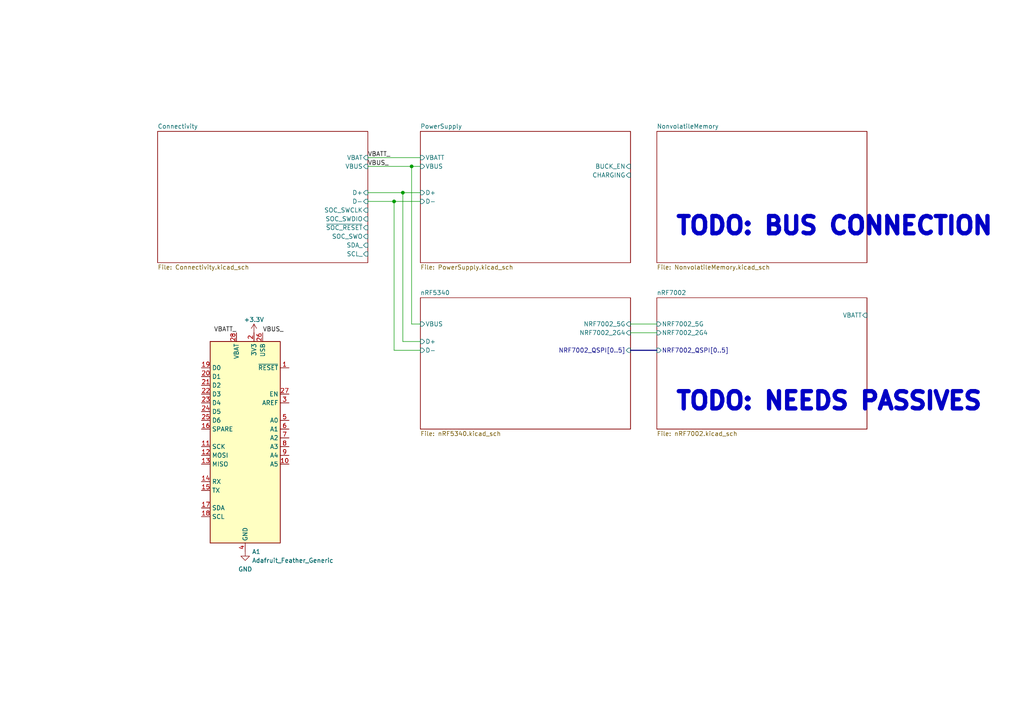
<source format=kicad_sch>
(kicad_sch (version 20230121) (generator eeschema)

  (uuid ff0e202b-4a10-454c-95f3-d1df6cc67c7a)

  (paper "A4")

  (lib_symbols
    (symbol "MCU_Module:Adafruit_Feather_Generic" (in_bom yes) (on_board yes)
      (property "Reference" "A" (at -10.16 29.21 0)
        (effects (font (size 1.27 1.27)) (justify left))
      )
      (property "Value" "Adafruit_Feather_Generic" (at 2.54 -31.75 0)
        (effects (font (size 1.27 1.27)) (justify left))
      )
      (property "Footprint" "Module:Adafruit_Feather" (at 2.54 -34.29 0)
        (effects (font (size 1.27 1.27)) (justify left) hide)
      )
      (property "Datasheet" "https://cdn-learn.adafruit.com/downloads/pdf/adafruit-feather.pdf" (at 0 -20.32 0)
        (effects (font (size 1.27 1.27)) hide)
      )
      (property "ki_keywords" "Adafruit feather microcontroller module" (at 0 0 0)
        (effects (font (size 1.27 1.27)) hide)
      )
      (property "ki_description" "Microcontroller module in various flavor, generic symbol" (at 0 0 0)
        (effects (font (size 1.27 1.27)) hide)
      )
      (property "ki_fp_filters" "Adafruit*Feather*" (at 0 0 0)
        (effects (font (size 1.27 1.27)) hide)
      )
      (symbol "Adafruit_Feather_Generic_0_1"
        (rectangle (start -10.16 27.94) (end 10.16 -30.48)
          (stroke (width 0.254) (type default))
          (fill (type background))
        )
      )
      (symbol "Adafruit_Feather_Generic_1_1"
        (pin input line (at 12.7 20.32 180) (length 2.54)
          (name "~{RESET}" (effects (font (size 1.27 1.27))))
          (number "1" (effects (font (size 1.27 1.27))))
        )
        (pin bidirectional line (at 12.7 -7.62 180) (length 2.54)
          (name "A5" (effects (font (size 1.27 1.27))))
          (number "10" (effects (font (size 1.27 1.27))))
        )
        (pin bidirectional line (at -12.7 -2.54 0) (length 2.54)
          (name "SCK" (effects (font (size 1.27 1.27))))
          (number "11" (effects (font (size 1.27 1.27))))
        )
        (pin bidirectional line (at -12.7 -5.08 0) (length 2.54)
          (name "MOSI" (effects (font (size 1.27 1.27))))
          (number "12" (effects (font (size 1.27 1.27))))
        )
        (pin bidirectional line (at -12.7 -7.62 0) (length 2.54)
          (name "MISO" (effects (font (size 1.27 1.27))))
          (number "13" (effects (font (size 1.27 1.27))))
        )
        (pin bidirectional line (at -12.7 -12.7 0) (length 2.54)
          (name "RX" (effects (font (size 1.27 1.27))))
          (number "14" (effects (font (size 1.27 1.27))))
        )
        (pin bidirectional line (at -12.7 -15.24 0) (length 2.54)
          (name "TX" (effects (font (size 1.27 1.27))))
          (number "15" (effects (font (size 1.27 1.27))))
        )
        (pin bidirectional line (at -12.7 2.54 0) (length 2.54)
          (name "SPARE" (effects (font (size 1.27 1.27))))
          (number "16" (effects (font (size 1.27 1.27))))
        )
        (pin bidirectional line (at -12.7 -20.32 0) (length 2.54)
          (name "SDA" (effects (font (size 1.27 1.27))))
          (number "17" (effects (font (size 1.27 1.27))))
        )
        (pin bidirectional line (at -12.7 -22.86 0) (length 2.54)
          (name "SCL" (effects (font (size 1.27 1.27))))
          (number "18" (effects (font (size 1.27 1.27))))
        )
        (pin bidirectional line (at -12.7 20.32 0) (length 2.54)
          (name "D0" (effects (font (size 1.27 1.27))))
          (number "19" (effects (font (size 1.27 1.27))))
        )
        (pin power_in line (at 2.54 30.48 270) (length 2.54)
          (name "3V3" (effects (font (size 1.27 1.27))))
          (number "2" (effects (font (size 1.27 1.27))))
        )
        (pin bidirectional line (at -12.7 17.78 0) (length 2.54)
          (name "D1" (effects (font (size 1.27 1.27))))
          (number "20" (effects (font (size 1.27 1.27))))
        )
        (pin bidirectional line (at -12.7 15.24 0) (length 2.54)
          (name "D2" (effects (font (size 1.27 1.27))))
          (number "21" (effects (font (size 1.27 1.27))))
        )
        (pin bidirectional line (at -12.7 12.7 0) (length 2.54)
          (name "D3" (effects (font (size 1.27 1.27))))
          (number "22" (effects (font (size 1.27 1.27))))
        )
        (pin bidirectional line (at -12.7 10.16 0) (length 2.54)
          (name "D4" (effects (font (size 1.27 1.27))))
          (number "23" (effects (font (size 1.27 1.27))))
        )
        (pin bidirectional line (at -12.7 7.62 0) (length 2.54)
          (name "D5" (effects (font (size 1.27 1.27))))
          (number "24" (effects (font (size 1.27 1.27))))
        )
        (pin bidirectional line (at -12.7 5.08 0) (length 2.54)
          (name "D6" (effects (font (size 1.27 1.27))))
          (number "25" (effects (font (size 1.27 1.27))))
        )
        (pin power_in line (at 5.08 30.48 270) (length 2.54)
          (name "USB" (effects (font (size 1.27 1.27))))
          (number "26" (effects (font (size 1.27 1.27))))
        )
        (pin input line (at 12.7 12.7 180) (length 2.54)
          (name "EN" (effects (font (size 1.27 1.27))))
          (number "27" (effects (font (size 1.27 1.27))))
        )
        (pin power_in line (at -2.54 30.48 270) (length 2.54)
          (name "VBAT" (effects (font (size 1.27 1.27))))
          (number "28" (effects (font (size 1.27 1.27))))
        )
        (pin input line (at 12.7 10.16 180) (length 2.54)
          (name "AREF" (effects (font (size 1.27 1.27))))
          (number "3" (effects (font (size 1.27 1.27))))
        )
        (pin power_in line (at 0 -33.02 90) (length 2.54)
          (name "GND" (effects (font (size 1.27 1.27))))
          (number "4" (effects (font (size 1.27 1.27))))
        )
        (pin bidirectional line (at 12.7 5.08 180) (length 2.54)
          (name "A0" (effects (font (size 1.27 1.27))))
          (number "5" (effects (font (size 1.27 1.27))))
        )
        (pin bidirectional line (at 12.7 2.54 180) (length 2.54)
          (name "A1" (effects (font (size 1.27 1.27))))
          (number "6" (effects (font (size 1.27 1.27))))
        )
        (pin bidirectional line (at 12.7 0 180) (length 2.54)
          (name "A2" (effects (font (size 1.27 1.27))))
          (number "7" (effects (font (size 1.27 1.27))))
        )
        (pin bidirectional line (at 12.7 -2.54 180) (length 2.54)
          (name "A3" (effects (font (size 1.27 1.27))))
          (number "8" (effects (font (size 1.27 1.27))))
        )
        (pin bidirectional line (at 12.7 -5.08 180) (length 2.54)
          (name "A4" (effects (font (size 1.27 1.27))))
          (number "9" (effects (font (size 1.27 1.27))))
        )
      )
    )
    (symbol "power:+3.3V" (power) (pin_names (offset 0)) (in_bom yes) (on_board yes)
      (property "Reference" "#PWR" (at 0 -3.81 0)
        (effects (font (size 1.27 1.27)) hide)
      )
      (property "Value" "+3.3V" (at 0 3.556 0)
        (effects (font (size 1.27 1.27)))
      )
      (property "Footprint" "" (at 0 0 0)
        (effects (font (size 1.27 1.27)) hide)
      )
      (property "Datasheet" "" (at 0 0 0)
        (effects (font (size 1.27 1.27)) hide)
      )
      (property "ki_keywords" "global power" (at 0 0 0)
        (effects (font (size 1.27 1.27)) hide)
      )
      (property "ki_description" "Power symbol creates a global label with name \"+3.3V\"" (at 0 0 0)
        (effects (font (size 1.27 1.27)) hide)
      )
      (symbol "+3.3V_0_1"
        (polyline
          (pts
            (xy -0.762 1.27)
            (xy 0 2.54)
          )
          (stroke (width 0) (type default))
          (fill (type none))
        )
        (polyline
          (pts
            (xy 0 0)
            (xy 0 2.54)
          )
          (stroke (width 0) (type default))
          (fill (type none))
        )
        (polyline
          (pts
            (xy 0 2.54)
            (xy 0.762 1.27)
          )
          (stroke (width 0) (type default))
          (fill (type none))
        )
      )
      (symbol "+3.3V_1_1"
        (pin power_in line (at 0 0 90) (length 0) hide
          (name "+3.3V" (effects (font (size 1.27 1.27))))
          (number "1" (effects (font (size 1.27 1.27))))
        )
      )
    )
    (symbol "power:GND" (power) (pin_names (offset 0)) (in_bom yes) (on_board yes)
      (property "Reference" "#PWR" (at 0 -6.35 0)
        (effects (font (size 1.27 1.27)) hide)
      )
      (property "Value" "GND" (at 0 -3.81 0)
        (effects (font (size 1.27 1.27)))
      )
      (property "Footprint" "" (at 0 0 0)
        (effects (font (size 1.27 1.27)) hide)
      )
      (property "Datasheet" "" (at 0 0 0)
        (effects (font (size 1.27 1.27)) hide)
      )
      (property "ki_keywords" "global power" (at 0 0 0)
        (effects (font (size 1.27 1.27)) hide)
      )
      (property "ki_description" "Power symbol creates a global label with name \"GND\" , ground" (at 0 0 0)
        (effects (font (size 1.27 1.27)) hide)
      )
      (symbol "GND_0_1"
        (polyline
          (pts
            (xy 0 0)
            (xy 0 -1.27)
            (xy 1.27 -1.27)
            (xy 0 -2.54)
            (xy -1.27 -1.27)
            (xy 0 -1.27)
          )
          (stroke (width 0) (type default))
          (fill (type none))
        )
      )
      (symbol "GND_1_1"
        (pin power_in line (at 0 0 270) (length 0) hide
          (name "GND" (effects (font (size 1.27 1.27))))
          (number "1" (effects (font (size 1.27 1.27))))
        )
      )
    )
  )

  (junction (at 116.84 55.88) (diameter 0) (color 0 0 0 0)
    (uuid 93408d4d-5c29-4d1e-b7ad-15c73e592a25)
  )
  (junction (at 119.38 48.26) (diameter 0) (color 0 0 0 0)
    (uuid aec436d4-e035-4e55-aa52-2890955cd672)
  )
  (junction (at 114.3 58.42) (diameter 0) (color 0 0 0 0)
    (uuid be24e08e-ca67-4e52-9b07-478ceb0e8949)
  )

  (wire (pts (xy 106.68 58.42) (xy 114.3 58.42))
    (stroke (width 0) (type default))
    (uuid 0a0a6479-4b2c-47de-890a-a30b2c9a5136)
  )
  (wire (pts (xy 119.38 93.98) (xy 121.92 93.98))
    (stroke (width 0) (type default))
    (uuid 12ebd629-143e-400a-b314-e2e0857b7065)
  )
  (wire (pts (xy 182.88 96.52) (xy 190.5 96.52))
    (stroke (width 0) (type default))
    (uuid 217ecdc9-104f-4907-8131-d74a8ca8eae6)
  )
  (wire (pts (xy 106.68 45.72) (xy 121.92 45.72))
    (stroke (width 0) (type default))
    (uuid 5765bd7c-215a-4d02-870c-2644568f2a1f)
  )
  (wire (pts (xy 106.68 55.88) (xy 116.84 55.88))
    (stroke (width 0) (type default))
    (uuid 5e265a80-dcf9-469b-83ba-6e02e8461191)
  )
  (wire (pts (xy 121.92 101.6) (xy 114.3 101.6))
    (stroke (width 0) (type default))
    (uuid 776a0411-402d-4f53-99b3-c5e9ad4a3ffe)
  )
  (bus (pts (xy 182.88 101.6) (xy 190.5 101.6))
    (stroke (width 0) (type default))
    (uuid 84170946-5390-411b-9ffd-9eebbb27059c)
  )

  (wire (pts (xy 119.38 48.26) (xy 121.92 48.26))
    (stroke (width 0) (type default))
    (uuid 944a7103-6773-4a7d-b1e7-aa354546cbff)
  )
  (wire (pts (xy 182.88 93.98) (xy 190.5 93.98))
    (stroke (width 0) (type default))
    (uuid 96cc577f-bcc2-44e4-9dab-22f208e2f117)
  )
  (wire (pts (xy 121.92 99.06) (xy 116.84 99.06))
    (stroke (width 0) (type default))
    (uuid a7030563-f41b-4a1a-a01f-d1a9dc4bf970)
  )
  (wire (pts (xy 119.38 48.26) (xy 119.38 93.98))
    (stroke (width 0) (type default))
    (uuid b61a0c7c-be2a-4c71-8b8d-3194d567be11)
  )
  (wire (pts (xy 116.84 55.88) (xy 121.92 55.88))
    (stroke (width 0) (type default))
    (uuid c5126cc5-b5e8-41be-9eeb-d5bc1bc4bd3b)
  )
  (wire (pts (xy 114.3 101.6) (xy 114.3 58.42))
    (stroke (width 0) (type default))
    (uuid ca59a52c-e345-439b-b79e-980484715fcb)
  )
  (wire (pts (xy 116.84 99.06) (xy 116.84 55.88))
    (stroke (width 0) (type default))
    (uuid effb96a1-3272-44a7-96fb-d8cf7b906cd8)
  )
  (wire (pts (xy 114.3 58.42) (xy 121.92 58.42))
    (stroke (width 0) (type default))
    (uuid f812ebae-1a55-411f-bd36-74caca465f02)
  )
  (wire (pts (xy 106.68 48.26) (xy 119.38 48.26))
    (stroke (width 0) (type default))
    (uuid fa9065ae-9a5d-4f3d-83e2-35bbb4b495dd)
  )

  (text "TODO: BUS CONNECTION" (at 195.58 68.58 0)
    (effects (font (size 5 5) (thickness 2) bold) (justify left bottom))
    (uuid 3735495c-06ef-43cd-954f-69ba4d25af7c)
  )
  (text "TODO: NEEDS PASSIVES" (at 195.58 119.38 0)
    (effects (font (size 5 5) (thickness 2) bold) (justify left bottom))
    (uuid ee8d4a47-ba88-473f-a775-be0fc417e359)
  )

  (label "VBUS_" (at 76.2 96.52 0) (fields_autoplaced)
    (effects (font (size 1.27 1.27)) (justify left bottom))
    (uuid 9b8513b1-601a-4aac-8b45-169e4e8fe0d1)
  )
  (label "VBATT_" (at 68.58 96.52 180) (fields_autoplaced)
    (effects (font (size 1.27 1.27)) (justify right bottom))
    (uuid b103218c-6fbc-414f-99c6-4e1d850cfdf1)
  )
  (label "VBUS_" (at 106.68 48.26 0) (fields_autoplaced)
    (effects (font (size 1.27 1.27)) (justify left bottom))
    (uuid d01a56e1-7bcb-43b8-90dc-dad67f440081)
  )
  (label "VBATT_" (at 106.68 45.72 0) (fields_autoplaced)
    (effects (font (size 1.27 1.27)) (justify left bottom))
    (uuid ed4e126d-6baa-4a70-b371-c0f6e1091be3)
  )

  (symbol (lib_id "power:+3.3V") (at 73.66 96.52 0) (unit 1)
    (in_bom yes) (on_board yes) (dnp no) (fields_autoplaced)
    (uuid 79955697-aea3-4fcd-9090-9ffe6174488e)
    (property "Reference" "#PWR024" (at 73.66 100.33 0)
      (effects (font (size 1.27 1.27)) hide)
    )
    (property "Value" "+3.3V" (at 73.66 92.71 0)
      (effects (font (size 1.27 1.27)))
    )
    (property "Footprint" "" (at 73.66 96.52 0)
      (effects (font (size 1.27 1.27)) hide)
    )
    (property "Datasheet" "" (at 73.66 96.52 0)
      (effects (font (size 1.27 1.27)) hide)
    )
    (pin "1" (uuid 8f99219f-fa26-4675-87c9-e57149e8d874))
    (instances
      (project "feather"
        (path "/ff0e202b-4a10-454c-95f3-d1df6cc67c7a/329e88c3-6de2-4468-a5c8-2b9fab392ec8"
          (reference "#PWR024") (unit 1)
        )
        (path "/ff0e202b-4a10-454c-95f3-d1df6cc67c7a"
          (reference "#PWR032") (unit 1)
        )
      )
    )
  )

  (symbol (lib_id "MCU_Module:Adafruit_Feather_Generic") (at 71.12 127 0) (unit 1)
    (in_bom yes) (on_board yes) (dnp no) (fields_autoplaced)
    (uuid 8e31db6c-d20d-4a87-8bfa-214e464e273d)
    (property "Reference" "A1" (at 73.0759 160.02 0)
      (effects (font (size 1.27 1.27)) (justify left))
    )
    (property "Value" "Adafruit_Feather_Generic" (at 73.0759 162.56 0)
      (effects (font (size 1.27 1.27)) (justify left))
    )
    (property "Footprint" "module-lib:Thing-Plus-Sparkfun" (at 73.66 161.29 0)
      (effects (font (size 1.27 1.27)) (justify left) hide)
    )
    (property "Datasheet" "https://cdn-learn.adafruit.com/downloads/pdf/adafruit-feather.pdf" (at 71.12 147.32 0)
      (effects (font (size 1.27 1.27)) hide)
    )
    (pin "1" (uuid b8ed4325-b9e2-4b25-8896-ed563c7e5dce))
    (pin "10" (uuid d9316079-cc35-46c4-9a11-77d78d0f08b6))
    (pin "11" (uuid ad59b81c-f30c-42b5-955c-8d90573fd6ba))
    (pin "12" (uuid 96b4fefb-630f-4b36-8ea8-d907a67de256))
    (pin "13" (uuid 65231895-fd62-457f-8a26-034c78833a0b))
    (pin "14" (uuid 07f604f3-ca35-4125-a94e-dc38608a7d2b))
    (pin "15" (uuid 399fa223-953e-4909-8f48-d4cdfc1024e6))
    (pin "16" (uuid bd3a2714-0bdd-4fea-bc96-ad1aed403846))
    (pin "17" (uuid 7637e6b9-41d9-4502-b83f-12c497fedfd3))
    (pin "18" (uuid 3d83ab9e-1e4d-4576-8f30-b2f70c046ccd))
    (pin "19" (uuid eab09981-2c13-45c2-9c41-1e1a2283bcfd))
    (pin "2" (uuid b9234ff1-049a-404a-a5c6-6e177230d82a))
    (pin "20" (uuid 7f8cce25-5998-4597-b3fe-048785f83eed))
    (pin "21" (uuid 9fe14149-38a3-4eb3-9e46-3a5f0b2eee59))
    (pin "22" (uuid a51200d0-525f-4c8c-a206-e0bd78c33a2f))
    (pin "23" (uuid 6ae577f2-6957-4f10-be11-e1fe7fd48aeb))
    (pin "24" (uuid 838758eb-eefd-4a54-8049-596a5d435541))
    (pin "25" (uuid 514f3d6f-fdd8-4146-9535-da2940f28a8f))
    (pin "26" (uuid 970dd252-cf6e-4f57-8372-2d7fffc9f9b1))
    (pin "27" (uuid 4b4a1e42-dde3-4b22-ab28-957355b8234f))
    (pin "28" (uuid ea003479-e834-4573-aaaf-569d1e8bcf6e))
    (pin "3" (uuid 16b45bdf-9623-46db-9390-abdc1ffe55a9))
    (pin "4" (uuid 48291efb-b1e1-42ee-a9c5-eb85cca66408))
    (pin "5" (uuid e478ef64-0b06-4ee3-9daa-6660988b158c))
    (pin "6" (uuid cc2dd411-c299-48e3-b096-5e2f016a306a))
    (pin "7" (uuid 3d7d4b8c-c60a-4fee-8b81-e79b92940788))
    (pin "8" (uuid a3cac479-069f-44b1-9cd3-2ba6e85b5927))
    (pin "9" (uuid c43df84e-cdfe-41c3-afdf-6855ec7f02de))
    (instances
      (project "feather"
        (path "/ff0e202b-4a10-454c-95f3-d1df6cc67c7a"
          (reference "A1") (unit 1)
        )
      )
    )
  )

  (symbol (lib_id "power:GND") (at 71.12 160.02 0) (unit 1)
    (in_bom yes) (on_board yes) (dnp no) (fields_autoplaced)
    (uuid 8f01b83a-d257-45f1-a0ae-7ebcd29fb401)
    (property "Reference" "#PWR09" (at 71.12 166.37 0)
      (effects (font (size 1.27 1.27)) hide)
    )
    (property "Value" "GND" (at 71.12 165.1 0)
      (effects (font (size 1.27 1.27)))
    )
    (property "Footprint" "" (at 71.12 160.02 0)
      (effects (font (size 1.27 1.27)) hide)
    )
    (property "Datasheet" "" (at 71.12 160.02 0)
      (effects (font (size 1.27 1.27)) hide)
    )
    (pin "1" (uuid 8fd87c46-c824-452b-acb8-fd32f05a146c))
    (instances
      (project "feather"
        (path "/ff0e202b-4a10-454c-95f3-d1df6cc67c7a"
          (reference "#PWR09") (unit 1)
        )
      )
    )
  )

  (sheet (at 121.92 86.36) (size 60.96 38.1) (fields_autoplaced)
    (stroke (width 0.1524) (type solid))
    (fill (color 0 0 0 0.0000))
    (uuid 17f379c0-29b0-4498-ab13-7cff5180100c)
    (property "Sheetname" "nRF5340" (at 121.92 85.6484 0)
      (effects (font (size 1.27 1.27)) (justify left bottom))
    )
    (property "Sheetfile" "nRF5340.kicad_sch" (at 121.92 125.0446 0)
      (effects (font (size 1.27 1.27)) (justify left top))
    )
    (pin "D+" input (at 121.92 99.06 180)
      (effects (font (size 1.27 1.27)) (justify left))
      (uuid 6a756aae-0c29-4e44-9b96-d47ce6dc9e4b)
    )
    (pin "D-" input (at 121.92 101.6 180)
      (effects (font (size 1.27 1.27)) (justify left))
      (uuid 09284e1f-3af8-4e18-8a96-795fe369b32a)
    )
    (pin "VBUS" input (at 121.92 93.98 180)
      (effects (font (size 1.27 1.27)) (justify left))
      (uuid aa5d7010-0e62-4de2-9e8f-5b57176c5daf)
    )
    (pin "NRF7002_5G" input (at 182.88 93.98 0)
      (effects (font (size 1.27 1.27)) (justify right))
      (uuid 24b98275-6431-4c0b-9724-8d800f0e6f5b)
    )
    (pin "NRF7002_2G4" input (at 182.88 96.52 0)
      (effects (font (size 1.27 1.27)) (justify right))
      (uuid 03491c48-9f7d-4408-92ae-192f71e84020)
    )
    (pin "NRF7002_QSPI[0..5]" input (at 182.88 101.6 0)
      (effects (font (size 1.27 1.27)) (justify right))
      (uuid f6593da0-2446-46f7-b392-6b27c74e553e)
    )
    (instances
      (project "feather"
        (path "/ff0e202b-4a10-454c-95f3-d1df6cc67c7a" (page "5"))
      )
    )
  )

  (sheet (at 190.5 38.1) (size 60.96 38.1) (fields_autoplaced)
    (stroke (width 0.1524) (type solid))
    (fill (color 0 0 0 0.0000))
    (uuid 271ebf4d-260f-4928-8105-d17d2a322869)
    (property "Sheetname" "NonvolatileMemory" (at 190.5 37.3884 0)
      (effects (font (size 1.27 1.27)) (justify left bottom))
    )
    (property "Sheetfile" "NonvolatileMemory.kicad_sch" (at 190.5 76.7846 0)
      (effects (font (size 1.27 1.27)) (justify left top))
    )
    (instances
      (project "feather"
        (path "/ff0e202b-4a10-454c-95f3-d1df6cc67c7a" (page "6"))
      )
    )
  )

  (sheet (at 121.92 38.1) (size 60.96 38.1) (fields_autoplaced)
    (stroke (width 0.1524) (type solid))
    (fill (color 0 0 0 0.0000))
    (uuid 329e88c3-6de2-4468-a5c8-2b9fab392ec8)
    (property "Sheetname" "PowerSupply" (at 121.92 37.3884 0)
      (effects (font (size 1.27 1.27)) (justify left bottom))
    )
    (property "Sheetfile" "PowerSupply.kicad_sch" (at 121.92 76.7846 0)
      (effects (font (size 1.27 1.27)) (justify left top))
    )
    (pin "VBATT" input (at 121.92 45.72 180)
      (effects (font (size 1.27 1.27)) (justify left))
      (uuid 179d04a8-b5de-430f-a388-ddacf7c97bc6)
    )
    (pin "BUCK_EN" input (at 182.88 48.26 0)
      (effects (font (size 1.27 1.27)) (justify right))
      (uuid 4728b8ff-7250-4053-9e3e-2f0b1f95c23d)
    )
    (pin "CHARGING" input (at 182.88 50.8 0)
      (effects (font (size 1.27 1.27)) (justify right))
      (uuid 71f015ea-fe7c-4bea-9935-fac46b7e2abb)
    )
    (pin "D+" input (at 121.92 55.88 180)
      (effects (font (size 1.27 1.27)) (justify left))
      (uuid 28e54bc9-c025-45af-a04e-d857e5f96ab2)
    )
    (pin "D-" input (at 121.92 58.42 180)
      (effects (font (size 1.27 1.27)) (justify left))
      (uuid 1039c4ba-50bf-4566-acf9-868abcde14cd)
    )
    (pin "VBUS" input (at 121.92 48.26 180)
      (effects (font (size 1.27 1.27)) (justify left))
      (uuid b99463ba-7da1-4c1e-be8a-f0222428e84c)
    )
    (instances
      (project "feather"
        (path "/ff0e202b-4a10-454c-95f3-d1df6cc67c7a" (page "2"))
      )
    )
  )

  (sheet (at 45.72 38.1) (size 60.96 38.1) (fields_autoplaced)
    (stroke (width 0.1524) (type solid))
    (fill (color 0 0 0 0.0000))
    (uuid 779cdca5-c8be-4bb1-8a27-19b4839eca32)
    (property "Sheetname" "Connectivity" (at 45.72 37.3884 0)
      (effects (font (size 1.27 1.27)) (justify left bottom))
    )
    (property "Sheetfile" "Connectivity.kicad_sch" (at 45.72 76.7846 0)
      (effects (font (size 1.27 1.27)) (justify left top))
    )
    (pin "SOC_SWO" input (at 106.68 68.58 0)
      (effects (font (size 1.27 1.27)) (justify right))
      (uuid 656d847f-126e-4398-a7e6-133047caada9)
    )
    (pin "~{SOC_RESET}" input (at 106.68 66.04 0)
      (effects (font (size 1.27 1.27)) (justify right))
      (uuid b46a10d1-4bc2-4da1-b464-0db9031f6563)
    )
    (pin "SOC_SWDIO" input (at 106.68 63.5 0)
      (effects (font (size 1.27 1.27)) (justify right))
      (uuid 1d9b0d78-3847-4dc0-b8f0-8f65fadc1e3c)
    )
    (pin "SOC_SWCLK" input (at 106.68 60.96 0)
      (effects (font (size 1.27 1.27)) (justify right))
      (uuid 387684f8-990a-4623-8a97-ff0b91342f54)
    )
    (pin "D-" input (at 106.68 58.42 0)
      (effects (font (size 1.27 1.27)) (justify right))
      (uuid 56d0442f-7f00-4fea-b997-cd7f164c977a)
    )
    (pin "D+" input (at 106.68 55.88 0)
      (effects (font (size 1.27 1.27)) (justify right))
      (uuid 3e0c6c34-b537-44d7-aa48-c6aa7d36a78c)
    )
    (pin "VBAT" input (at 106.68 45.72 0)
      (effects (font (size 1.27 1.27)) (justify right))
      (uuid ee0073c7-0bf7-4e46-8df4-afab00e8358b)
    )
    (pin "SCL_" input (at 106.68 73.66 0)
      (effects (font (size 1.27 1.27)) (justify right))
      (uuid 2c35ec46-f483-4655-a402-abb52017a3b9)
    )
    (pin "SDA_" input (at 106.68 71.12 0)
      (effects (font (size 1.27 1.27)) (justify right))
      (uuid b5adf403-bd2f-4172-a54e-ec0b9eaafde9)
    )
    (pin "VBUS" input (at 106.68 48.26 0)
      (effects (font (size 1.27 1.27)) (justify right))
      (uuid 0bdaac91-e2c2-4575-84f5-52c45755ea5f)
    )
    (instances
      (project "feather"
        (path "/ff0e202b-4a10-454c-95f3-d1df6cc67c7a" (page "3"))
      )
    )
  )

  (sheet (at 190.5 86.36) (size 60.96 38.1) (fields_autoplaced)
    (stroke (width 0.1524) (type solid))
    (fill (color 0 0 0 0.0000))
    (uuid b080eee5-b310-42a8-a6eb-0336f72a8eb4)
    (property "Sheetname" "nRF7002" (at 190.5 85.6484 0)
      (effects (font (size 1.27 1.27)) (justify left bottom))
    )
    (property "Sheetfile" "nRF7002.kicad_sch" (at 190.5 125.0446 0)
      (effects (font (size 1.27 1.27)) (justify left top))
    )
    (pin "VBATT" input (at 251.46 91.44 0)
      (effects (font (size 1.27 1.27)) (justify right))
      (uuid 10853308-5000-4d6e-aeab-f27234171903)
    )
    (pin "NRF7002_5G" input (at 190.5 93.98 180)
      (effects (font (size 1.27 1.27)) (justify left))
      (uuid 261c0a23-4e68-433f-bee7-f125dbf1c039)
    )
    (pin "NRF7002_2G4" input (at 190.5 96.52 180)
      (effects (font (size 1.27 1.27)) (justify left))
      (uuid 919285b9-d024-47ec-81db-59a9749f7626)
    )
    (pin "NRF7002_QSPI[0..5]" input (at 190.5 101.6 180)
      (effects (font (size 1.27 1.27)) (justify left))
      (uuid cf8b7860-c61b-412c-b25b-1357688385c1)
    )
    (instances
      (project "feather"
        (path "/ff0e202b-4a10-454c-95f3-d1df6cc67c7a" (page "4"))
      )
    )
  )

  (sheet_instances
    (path "/" (page "1"))
  )
)

</source>
